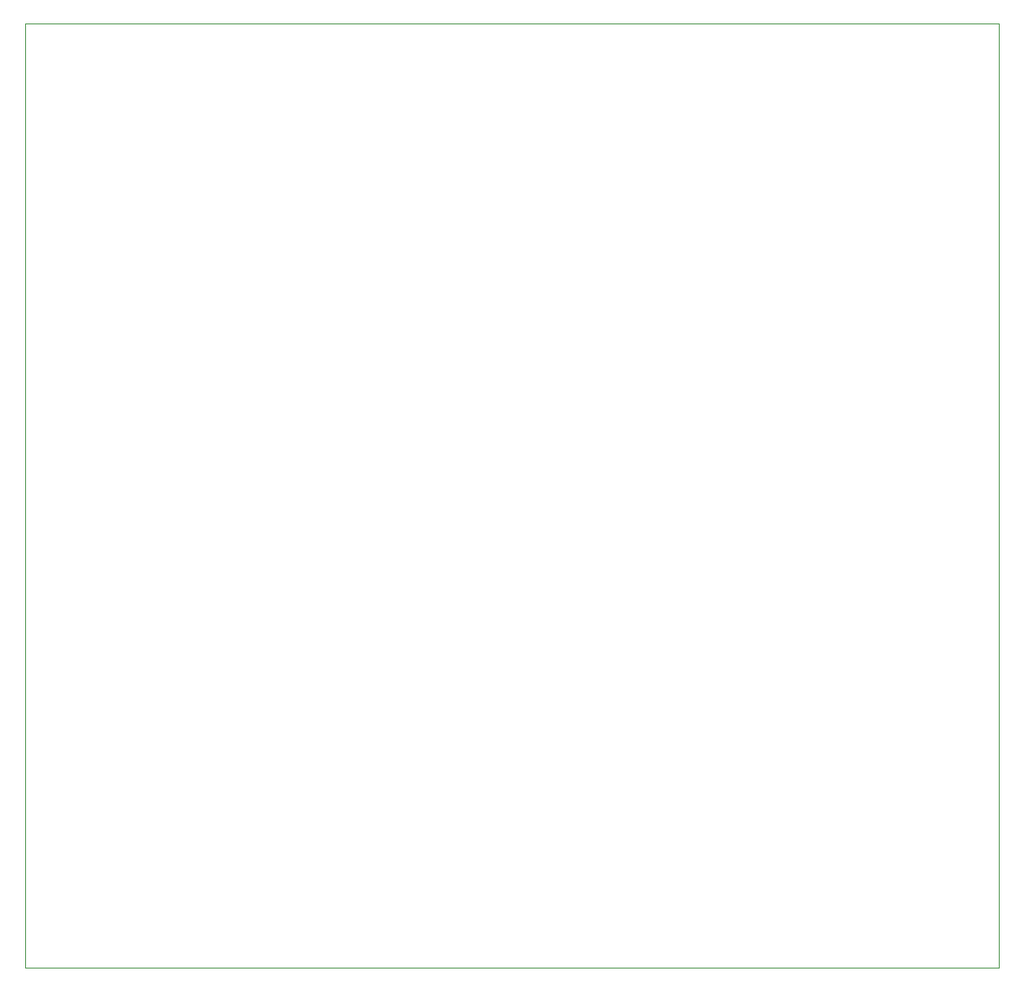
<source format=gbr>
%TF.GenerationSoftware,KiCad,Pcbnew,7.0.1-2.fc37*%
%TF.CreationDate,2023-04-06T16:15:50-04:00*%
%TF.ProjectId,synthesizer,73796e74-6865-4736-997a-65722e6b6963,rev?*%
%TF.SameCoordinates,Original*%
%TF.FileFunction,Profile,NP*%
%FSLAX46Y46*%
G04 Gerber Fmt 4.6, Leading zero omitted, Abs format (unit mm)*
G04 Created by KiCad (PCBNEW 7.0.1-2.fc37) date 2023-04-06 16:15:50*
%MOMM*%
%LPD*%
G01*
G04 APERTURE LIST*
%TA.AperFunction,Profile*%
%ADD10C,0.100000*%
%TD*%
G04 APERTURE END LIST*
D10*
X27750000Y-54750000D02*
X126000000Y-54750000D01*
X126000000Y-150000000D01*
X27750000Y-150000000D01*
X27750000Y-54750000D01*
M02*

</source>
